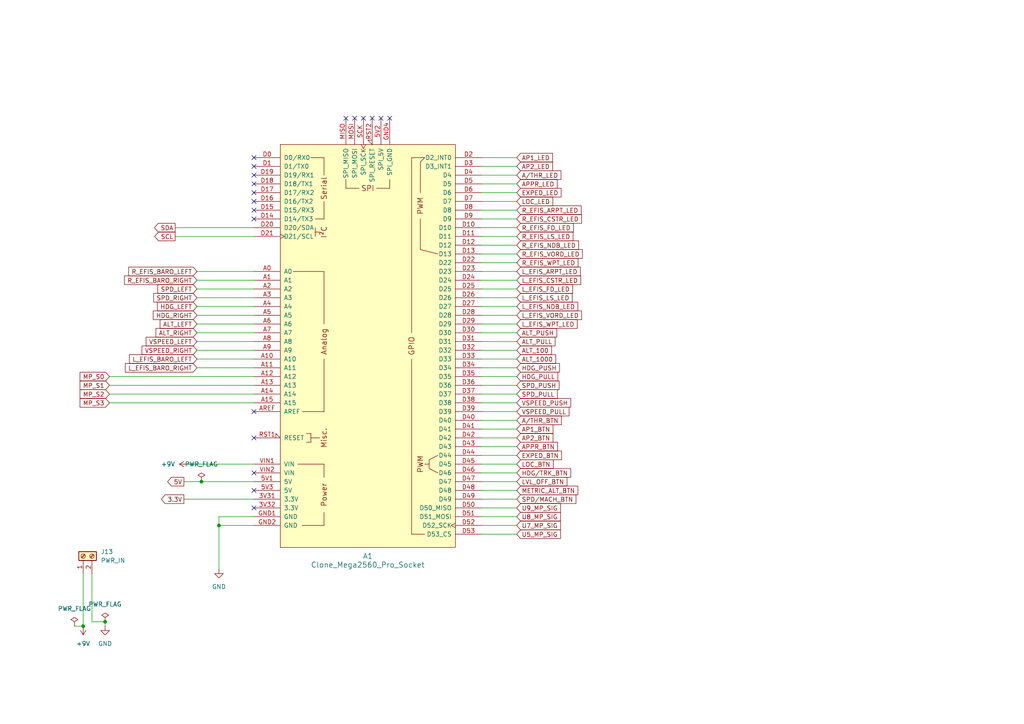
<source format=kicad_sch>
(kicad_sch (version 20231120) (generator "eeschema") (generator_version "8.0")
  (paper "A4")
  (title_block (title "FCU Mainboard schematics") (date "2024-03-05") (rev "1.0"))
  (lib_symbols
    (symbol "Connector:Screw_Terminal_01x02" (pin_names (offset 1.016) hide)
      (property "Reference" "J" (at 0 2.54 0))
      (property "Value" "Screw_Terminal_01x02" (at 0 -5.08 0))
      (symbol "Screw_Terminal_01x02_1_1"
        (rectangle (start -1.27 1.27) (end 1.27 -3.81) (stroke (width 0.254)) (fill (type background)))
        (circle (center 0 -2.54) (radius 0.635) (stroke (width 0.1524)))
        (polyline (pts (xy -0.5334 -2.2098) (xy 0.3302 -3.048)) (stroke (width 0.1524)))
        (polyline (pts (xy -0.5334 0.3302) (xy 0.3302 -0.508)) (stroke (width 0.1524)))
        (polyline (pts (xy -0.3556 -2.032) (xy 0.508 -2.8702)) (stroke (width 0.1524)))
        (polyline (pts (xy -0.3556 0.508) (xy 0.508 -0.3302)) (stroke (width 0.1524)))
        (circle (center 0 0) (radius 0.635) (stroke (width 0.1524)))
        (pin passive line (at -5.08 0 0) (length 3.81) (name "Pin_1") (number "1"))
        (pin passive line (at -5.08 -2.54 0) (length 3.81) (name "Pin_2") (number "2"))
      )
    )
    (symbol "PCM_arduino-library:Clone_Mega2560_Pro_Socket" (pin_names (offset 1.016))
      (property "Reference" "A" (at 0 -62.23 0))
      (property "Value" "Clone_Mega2560_Pro_Socket" (at 0 -66.04 0))
      (symbol "Clone_Mega2560_Pro_Socket_0_0"
        (rectangle (start -25.4 -58.42) (end 25.4 58.42) (fill (type background)))
        (rectangle (start -20.32 -34.29) (end -12.7 -34.29))
        (rectangle (start -19.05 -52.07) (end -12.7 -52.07))
        (rectangle (start -19.05 -19.05) (end -12.7 -19.05))
        (rectangle (start -17.78 -27.94) (end -16.51 -27.94))
        (rectangle (start -17.78 -25.4) (end -16.51 -25.4))
        (rectangle (start -16.51 -26.67) (end -13.97 -26.67))
        (rectangle (start -16.51 -25.4) (end -16.51 -27.94))
        (rectangle (start -16.51 54.61) (end -12.7 54.61))
        (rectangle (start -15.24 33.02) (end -13.97 33.02))
        (rectangle (start -15.24 34.29) (end -15.24 31.75))
        (rectangle (start -15.24 36.83) (end -12.7 36.83))
        (rectangle (start -12.7 -48.26) (end -12.7 -52.07))
        (rectangle (start -12.7 -34.29) (end -12.7 -38.1))
        (rectangle (start -12.7 41.91) (end -12.7 36.83))
        (rectangle (start -12.7 49.53) (end -12.7 54.61))
        (rectangle (start -6.35 48.26) (end -6.35 45.72))
        (rectangle (start -2.54 45.72) (end -6.35 45.72))
        (polyline (pts (xy -21.59 21.59) (xy -12.7 21.59)))
        (polyline (pts (xy -12.7 -19.05) (xy -12.7 -3.81)))
        (polyline (pts (xy -12.7 6.35) (xy -12.7 21.59)))
        (polyline (pts (xy 12.7 -54.61) (xy 16.51 -54.61)))
        (polyline (pts (xy 12.7 54.61) (xy 16.51 54.61)))
        (polyline (pts (xy 17.78 -34.29) (xy 16.51 -34.29)))
        (polyline (pts (xy 15.24 36.83) (xy 15.24 27.94) (xy 20.32 26.67)))
        (polyline (pts (xy 15.24 44.45) (xy 15.24 53.34) (xy 16.51 54.61)))
        (polyline (pts (xy 20.32 -31.75) (xy 17.78 -33.02) (xy 17.78 -35.56) (xy 20.32 -36.83)))
        (rectangle (start 6.35 45.72) (end 2.54 45.72))
        (rectangle (start 6.35 48.26) (end 6.35 45.72))
        (text "Analog" (at -12.7 1.27 900) (effects (font (size 1.524 1.524))))
        (text "I²C" (at -12.7 33.02 900) (effects (font (size 1.524 1.524))))
        (text "Misc." (at -12.7 -26.67 900) (effects (font (size 1.524 1.524))))
        (text "Power" (at -12.7 -43.18 900) (effects (font (size 1.524 1.524))))
        (text "PWM" (at 15.24 -34.29 900) (effects (font (size 1.524 1.524))))
        (text "PWM" (at 15.24 40.64 900) (effects (font (size 1.524 1.524))))
        (text "Serial" (at -12.7 45.72 900) (effects (font (size 1.524 1.524))))
        (text "SPI" (at 0 45.72 0) (effects (font (size 1.524 1.524))))
      )
      (symbol "Clone_Mega2560_Pro_Socket_1_0"
        (rectangle (start 12.7 -54.61) (end 12.7 -3.81))
        (rectangle (start 12.7 54.61) (end 12.7 3.81))
        (text "GPIO" (at 12.7 0 900) (effects (font (size 1.524 1.524))))
      )
      (symbol "Clone_Mega2560_Pro_Socket_1_1"
        (pin power_out line (at -33.02 -44.45 0) (length 7.62) (name "3.3V") (number "3V31"))
        (pin power_out line (at -33.02 -46.99 0) (length 7.62) (name "3.3V") (number "3V32"))
        (pin power_in line (at -33.02 -39.37 0) (length 7.62) (name "5V") (number "5V1"))
        (pin power_in line (at 3.81 66.04 270) (length 7.62) (name "SPI_5V") (number "5V2"))
        (pin power_in line (at -33.02 -41.91 0) (length 7.62) (name "5V") (number "5V3"))
        (pin bidirectional line (at -33.02 21.59 0) (length 7.62) (name "A0") (number "A0"))
        (pin bidirectional line (at -33.02 19.05 0) (length 7.62) (name "A1") (number "A1"))
        (pin bidirectional line (at -33.02 -3.81 0) (length 7.62) (name "A10") (number "A10"))
        (pin bidirectional line (at -33.02 -6.35 0) (length 7.62) (name "A11") (number "A11"))
        (pin bidirectional line (at -33.02 -8.89 0) (length 7.62) (name "A12") (number "A12"))
        (pin bidirectional line (at -33.02 -11.43 0) (length 7.62) (name "A13") (number "A13"))
        (pin bidirectional line (at -33.02 -13.97 0) (length 7.62) (name "A14") (number "A14"))
        (pin bidirectional line (at -33.02 -16.51 0) (length 7.62) (name "A15") (number "A15"))
        (pin bidirectional line (at -33.02 16.51 0) (length 7.62) (name "A2") (number "A2"))
        (pin bidirectional line (at -33.02 13.97 0) (length 7.62) (name "A3") (number "A3"))
        (pin bidirectional line (at -33.02 11.43 0) (length 7.62) (name "A4") (number "A4"))
        (pin bidirectional line (at -33.02 8.89 0) (length 7.62) (name "A5") (number "A5"))
        (pin bidirectional line (at -33.02 6.35 0) (length 7.62) (name "A6") (number "A6"))
        (pin bidirectional line (at -33.02 3.81 0) (length 7.62) (name "A7") (number "A7"))
        (pin bidirectional line (at -33.02 1.27 0) (length 7.62) (name "A8") (number "A8"))
        (pin bidirectional line (at -33.02 -1.27 0) (length 7.62) (name "A9") (number "A9"))
        (pin input line (at -33.02 -19.05 0) (length 7.62) (name "AREF") (number "AREF"))
        (pin bidirectional line (at -33.02 54.61 0) (length 7.62) (name "D0/RX0") (number "D0"))
        (pin bidirectional line (at -33.02 52.07 0) (length 7.62) (name "D1/TX0") (number "D1"))
        (pin bidirectional line (at 33.02 34.29 180) (length 7.62) (name "D10") (number "D10"))
        (pin bidirectional line (at 33.02 31.75 180) (length 7.62) (name "D11") (number "D11"))
        (pin bidirectional line (at 33.02 29.21 180) (length 7.62) (name "D12") (number "D12"))
        (pin bidirectional line (at 33.02 26.67 180) (length 7.62) (name "D13") (number "D13"))
        (pin bidirectional line (at -33.02 36.83 0) (length 7.62) (name "D14/TX3") (number "D14"))
        (pin bidirectional line (at -33.02 39.37 0) (length 7.62) (name "D15/RX3") (number "D15"))
        (pin bidirectional line (at -33.02 41.91 0) (length 7.62) (name "D16/TX2") (number "D16"))
        (pin bidirectional line (at -33.02 44.45 0) (length 7.62) (name "D17/RX2") (number "D17"))
        (pin bidirectional line (at -33.02 46.99 0) (length 7.62) (name "D18/TX1") (number "D18"))
        (pin bidirectional line (at -33.02 49.53 0) (length 7.62) (name "D19/RX1") (number "D19"))
        (pin bidirectional line (at 33.02 54.61 180) (length 7.62) (name "D2_INT0") (number "D2"))
        (pin bidirectional line (at -33.02 34.29 0) (length 7.62) (name "D20/SDA") (number "D20"))
        (pin bidirectional clock (at -33.02 31.75 0) (length 7.62) (name "D21/SCL") (number "D21"))
        (pin bidirectional line (at 33.02 24.13 180) (length 7.62) (name "D22") (number "D22"))
        (pin bidirectional line (at 33.02 21.59 180) (length 7.62) (name "D23") (number "D23"))
        (pin bidirectional line (at 33.02 19.05 180) (length 7.62) (name "D24") (number "D24"))
        (pin bidirectional line (at 33.02 16.51 180) (length 7.62) (name "D25") (number "D25"))
        (pin bidirectional line (at 33.02 13.97 180) (length 7.62) (name "D26") (number "D26"))
        (pin bidirectional line (at 33.02 11.43 180) (length 7.62) (name "D27") (number "D27"))
        (pin bidirectional line (at 33.02 8.89 180) (length 7.62) (name "D28") (number "D28"))
        (pin bidirectional line (at 33.02 6.35 180) (length 7.62) (name "D29") (number "D29"))
        (pin bidirectional line (at 33.02 52.07 180) (length 7.62) (name "D3_INT1") (number "D3"))
        (pin bidirectional line (at 33.02 3.81 180) (length 7.62) (name "D30") (number "D30"))
        (pin bidirectional line (at 33.02 1.27 180) (length 7.62) (name "D31") (number "D31"))
        (pin bidirectional line (at 33.02 -1.27 180) (length 7.62) (name "D32") (number "D32"))
        (pin bidirectional line (at 33.02 -3.81 180) (length 7.62) (name "D33") (number "D33"))
        (pin bidirectional line (at 33.02 -6.35 180) (length 7.62) (name "D34") (number "D34"))
        (pin bidirectional line (at 33.02 -8.89 180) (length 7.62) (name "D35") (number "D35"))
        (pin bidirectional line (at 33.02 -11.43 180) (length 7.62) (name "D36") (number "D36"))
        (pin bidirectional line (at 33.02 -13.97 180) (length 7.62) (name "D37") (number "D37"))
        (pin bidirectional line (at 33.02 -16.51 180) (length 7.62) (name "D38") (number "D38"))
        (pin bidirectional line (at 33.02 -19.05 180) (length 7.62) (name "D39") (number "D39"))
        (pin bidirectional line (at 33.02 49.53 180) (length 7.62) (name "D4") (number "D4"))
        (pin bidirectional line (at 33.02 -21.59 180) (length 7.62) (name "D40") (number "D40"))
        (pin bidirectional line (at 33.02 -24.13 180) (length 7.62) (name "D41") (number "D41"))
        (pin bidirectional line (at 33.02 -26.67 180) (length 7.62) (name "D42") (number "D42"))
        (pin bidirectional line (at 33.02 -29.21 180) (length 7.62) (name "D43") (number "D43"))
        (pin bidirectional line (at 33.02 -31.75 180) (length 7.62) (name "D44") (number "D44"))
        (pin bidirectional line (at 33.02 -34.29 180) (length 7.62) (name "D45") (number "D45"))
        (pin bidirectional line (at 33.02 -36.83 180) (length 7.62) (name "D46") (number "D46"))
        (pin bidirectional line (at 33.02 -39.37 180) (length 7.62) (name "D47") (number "D47"))
        (pin bidirectional line (at 33.02 -41.91 180) (length 7.62) (name "D48") (number "D48"))
        (pin bidirectional line (at 33.02 -44.45 180) (length 7.62) (name "D49") (number "D49"))
        (pin bidirectional line (at 33.02 46.99 180) (length 7.62) (name "D5") (number "D5"))
        (pin bidirectional line (at 33.02 -46.99 180) (length 7.62) (name "D50_MISO") (number "D50"))
        (pin bidirectional line (at 33.02 -49.53 180) (length 7.62) (name "D51_MOSI") (number "D51"))
        (pin bidirectional clock (at 33.02 -52.07 180) (length 7.62) (name "D52_SCK") (number "D52"))
        (pin bidirectional line (at 33.02 -54.61 180) (length 7.62) (name "D53_CS") (number "D53"))
        (pin bidirectional line (at 33.02 44.45 180) (length 7.62) (name "D6") (number "D6"))
        (pin bidirectional line (at 33.02 41.91 180) (length 7.62) (name "D7") (number "D7"))
        (pin bidirectional line (at 33.02 39.37 180) (length 7.62) (name "D8") (number "D8"))
        (pin bidirectional line (at 33.02 36.83 180) (length 7.62) (name "D9") (number "D9"))
        (pin power_in line (at -33.02 -49.53 0) (length 7.62) (name "GND") (number "GND1"))
        (pin power_in line (at -33.02 -52.07 0) (length 7.62) (name "GND") (number "GND2"))
        (pin power_in line (at 6.35 66.04 270) (length 7.62) (name "SPI_GND") (number "GND4"))
        (pin input line (at -6.35 66.04 270) (length 7.62) (name "SPI_MISO") (number "MISO"))
        (pin output line (at -3.81 66.04 270) (length 7.62) (name "SPI_MOSI") (number "MOSI"))
        (pin open_collector input_low (at -33.02 -26.67 0) (length 7.62) (name "RESET") (number "RST1"))
        (pin open_collector input_low (at 1.27 66.04 270) (length 7.62) (name "SPI_RESET") (number "RST2"))
        (pin output clock (at -1.27 66.04 270) (length 7.62) (name "SPI_SCK") (number "SCK"))
        (pin power_in line (at -33.02 -34.29 0) (length 7.62) (name "VIN") (number "VIN1"))
        (pin power_in line (at -33.02 -36.83 0) (length 7.62) (name "VIN") (number "VIN2"))
      )
    )
    (symbol "power:+9V" (power) (pin_names (offset 0))
      (property "Value" "+9V" (at 0 3.556 0))
      (symbol "+9V_0_1"
        (polyline (pts (xy -0.762 1.27) (xy 0 2.54)))
        (polyline (pts (xy 0 0) (xy 0 2.54)))
        (polyline (pts (xy 0 2.54) (xy 0.762 1.27)))
      )
      (symbol "+9V_1_1"
        (pin power_in line (at 0 0 90) (length 0) hide (name "+9V") (number "1"))
      )
    )
    (symbol "power:GND" (power) (pin_names (offset 0))
      (property "Value" "GND" (at 0 -3.81 0))
      (symbol "GND_0_1"
        (polyline (pts (xy 0 0) (xy 0 -1.27) (xy 1.27 -1.27) (xy 0 -2.54) (xy -1.27 -1.27) (xy 0 -1.27)))
      )
      (symbol "GND_1_1"
        (pin power_in line (at 0 0 270) (length 0) hide (name "GND") (number "1"))
      )
    )
    (symbol "power:PWR_FLAG" (power) (pin_numbers hide) (pin_names (offset 0) hide)
      (property "Value" "PWR_FLAG" (at 0 3.81 0))
      (symbol "PWR_FLAG_0_0"
        (pin power_out line (at 0 0 90) (length 0) (name "pwr") (number "1"))
      )
      (symbol "PWR_FLAG_0_1"
        (polyline (pts (xy 0 0) (xy 0 1.27) (xy -1.016 1.905) (xy 0 2.54) (xy 1.016 1.905) (xy 0 1.27)))
      )
    )
  )
  (junction (at 24.13 181.61))
  (junction (at 58.42 139.7))
  (junction (at 30.48 180.34))
  (junction (at 63.5 152.4))
  (no_connect (at 73.66 50.8))
  (no_connect (at 107.95 34.29))
  (no_connect (at 73.66 60.96))
  (no_connect (at 73.66 147.32))
  (no_connect (at 102.87 34.29))
  (no_connect (at 73.66 63.5))
  (no_connect (at 110.49 34.29))
  (no_connect (at 73.66 119.38))
  (no_connect (at 73.66 58.42))
  (no_connect (at 73.66 127))
  (no_connect (at 73.66 53.34))
  (no_connect (at 73.66 48.26))
  (no_connect (at 73.66 142.24))
  (no_connect (at 73.66 137.16))
  (no_connect (at 113.03 34.29))
  (no_connect (at 73.66 55.88))
  (no_connect (at 73.66 45.72))
  (no_connect (at 100.33 34.29))
  (no_connect (at 105.41 34.29))
  (wire (pts (xy 139.7 119.38) (xy 149.86 119.38)))
  (wire (pts (xy 139.7 101.6) (xy 149.86 101.6)))
  (wire (pts (xy 139.7 91.44) (xy 149.86 91.44)))
  (wire (pts (xy 139.7 109.22) (xy 149.86 109.22)))
  (wire (pts (xy 53.34 144.78) (xy 73.66 144.78)))
  (wire (pts (xy 73.66 149.86) (xy 63.5 149.86)))
  (wire (pts (xy 139.7 53.34) (xy 149.86 53.34)))
  (wire (pts (xy 139.7 63.5) (xy 149.86 63.5)))
  (wire (pts (xy 58.42 139.7) (xy 73.66 139.7)))
  (wire (pts (xy 57.15 99.06) (xy 73.66 99.06)))
  (wire (pts (xy 139.7 104.14) (xy 149.86 104.14)))
  (wire (pts (xy 139.7 71.12) (xy 149.86 71.12)))
  (wire (pts (xy 149.86 154.94) (xy 139.7 154.94)))
  (wire (pts (xy 139.7 132.08) (xy 149.86 132.08)))
  (wire (pts (xy 31.75 116.84) (xy 73.66 116.84)))
  (wire (pts (xy 139.7 58.42) (xy 149.86 58.42)))
  (wire (pts (xy 139.7 139.7) (xy 149.86 139.7)))
  (wire (pts (xy 24.13 166.37) (xy 24.13 181.61)))
  (wire (pts (xy 139.7 66.04) (xy 149.86 66.04)))
  (wire (pts (xy 139.7 124.46) (xy 149.86 124.46)))
  (wire (pts (xy 30.48 180.34) (xy 30.48 181.61)))
  (wire (pts (xy 139.7 73.66) (xy 149.86 73.66)))
  (wire (pts (xy 31.75 114.3) (xy 73.66 114.3)))
  (wire (pts (xy 139.7 114.3) (xy 149.86 114.3)))
  (wire (pts (xy 139.7 111.76) (xy 149.86 111.76)))
  (wire (pts (xy 57.15 91.44) (xy 73.66 91.44)))
  (wire (pts (xy 57.15 81.28) (xy 73.66 81.28)))
  (wire (pts (xy 139.7 76.2) (xy 149.86 76.2)))
  (wire (pts (xy 139.7 137.16) (xy 149.86 137.16)))
  (wire (pts (xy 149.86 147.32) (xy 139.7 147.32)))
  (wire (pts (xy 139.7 116.84) (xy 149.86 116.84)))
  (wire (pts (xy 57.15 101.6) (xy 73.66 101.6)))
  (wire (pts (xy 139.7 68.58) (xy 149.86 68.58)))
  (wire (pts (xy 139.7 60.96) (xy 149.86 60.96)))
  (wire (pts (xy 149.86 45.72) (xy 139.7 45.72)))
  (wire (pts (xy 139.7 81.28) (xy 149.86 81.28)))
  (wire (pts (xy 31.75 109.22) (xy 73.66 109.22)))
  (wire (pts (xy 149.86 149.86) (xy 139.7 149.86)))
  (wire (pts (xy 26.67 180.34) (xy 26.67 166.37)))
  (wire (pts (xy 50.8 66.04) (xy 73.66 66.04)))
  (wire (pts (xy 30.48 180.34) (xy 26.67 180.34)))
  (wire (pts (xy 139.7 50.8) (xy 149.86 50.8)))
  (wire (pts (xy 73.66 152.4) (xy 63.5 152.4)))
  (wire (pts (xy 53.34 139.7) (xy 58.42 139.7)))
  (wire (pts (xy 57.15 104.14) (xy 73.66 104.14)))
  (wire (pts (xy 57.15 86.36) (xy 73.66 86.36)))
  (wire (pts (xy 139.7 134.62) (xy 149.86 134.62)))
  (wire (pts (xy 149.86 152.4) (xy 139.7 152.4)))
  (wire (pts (xy 139.7 55.88) (xy 149.86 55.88)))
  (wire (pts (xy 63.5 152.4) (xy 63.5 165.1)))
  (wire (pts (xy 31.75 111.76) (xy 73.66 111.76)))
  (wire (pts (xy 57.15 106.68) (xy 73.66 106.68)))
  (wire (pts (xy 57.15 96.52) (xy 73.66 96.52)))
  (wire (pts (xy 139.7 78.74) (xy 149.86 78.74)))
  (wire (pts (xy 63.5 149.86) (xy 63.5 152.4)))
  (wire (pts (xy 50.8 68.58) (xy 73.66 68.58)))
  (wire (pts (xy 57.15 78.74) (xy 73.66 78.74)))
  (wire (pts (xy 139.7 121.92) (xy 149.86 121.92)))
  (wire (pts (xy 21.59 181.61) (xy 24.13 181.61)))
  (wire (pts (xy 57.15 83.82) (xy 73.66 83.82)))
  (wire (pts (xy 54.61 134.62) (xy 73.66 134.62)))
  (wire (pts (xy 139.7 83.82) (xy 149.86 83.82)))
  (wire (pts (xy 139.7 127) (xy 149.86 127)))
  (wire (pts (xy 139.7 48.26) (xy 149.86 48.26)))
  (wire (pts (xy 139.7 99.06) (xy 149.86 99.06)))
  (wire (pts (xy 57.15 88.9) (xy 73.66 88.9)))
  (wire (pts (xy 139.7 93.98) (xy 149.86 93.98)))
  (wire (pts (xy 57.15 93.98) (xy 73.66 93.98)))
  (wire (pts (xy 139.7 106.68) (xy 149.86 106.68)))
  (wire (pts (xy 139.7 142.24) (xy 149.86 142.24)))
  (wire (pts (xy 139.7 86.36) (xy 149.86 86.36)))
  (wire (pts (xy 139.7 96.52) (xy 149.86 96.52)))
  (wire (pts (xy 139.7 88.9) (xy 149.86 88.9)))
  (wire (pts (xy 139.7 129.54) (xy 149.86 129.54)))
  (wire (pts (xy 139.7 144.78) (xy 149.86 144.78)))
  (global_label "R_EFIS_WPT_LED" (shape input) (at 149.86 76.2 0) (property "Intersheetrefs" "${INTERSHEET_REFS}" (effects (hide yes))))
  (global_label "U7_MP_SIG" (shape input) (at 149.86 152.4 0) (property "Intersheetrefs" "${INTERSHEET_REFS}" (effects (hide yes))))
  (global_label "U8_MP_SIG" (shape input) (at 149.86 149.86 0) (property "Intersheetrefs" "${INTERSHEET_REFS}" (effects (hide yes))))
  (global_label "L_EFIS_CSTR_LED" (shape input) (at 149.86 81.28 0) (property "Intersheetrefs" "${INTERSHEET_REFS}" (effects (hide yes))))
  (global_label "R_EFIS_BARO_LEFT" (shape input) (at 57.15 78.74 180) (property "Intersheetrefs" "${INTERSHEET_REFS}" (effects (hide yes))))
  (global_label "R_EFIS_NDB_LED" (shape input) (at 149.86 71.12 0) (property "Intersheetrefs" "${INTERSHEET_REFS}" (effects (hide yes))))
  (global_label "R_EFIS_FD_LED" (shape input) (at 149.86 66.04 0) (property "Intersheetrefs" "${INTERSHEET_REFS}" (effects (hide yes))))
  (global_label "L_EFIS_ARPT_LED" (shape input) (at 149.86 78.74 0) (property "Intersheetrefs" "${INTERSHEET_REFS}" (effects (hide yes))))
  (global_label "AP1_LED" (shape input) (at 149.86 45.72 0) (property "Intersheetrefs" "${INTERSHEET_REFS}" (effects (hide yes))))
  (global_label "AP2_LED" (shape input) (at 149.86 48.26 0) (property "Intersheetrefs" "${INTERSHEET_REFS}" (effects (hide yes))))
  (global_label "VSPEED_PUSH" (shape input) (at 149.86 116.84 0) (property "Intersheetrefs" "${INTERSHEET_REFS}" (effects (hide yes))))
  (global_label "SCL" (shape output) (at 50.8 68.58 180) (property "Intersheetrefs" "${INTERSHEET_REFS}" (effects (hide yes))))
  (global_label "EXPED_BTN" (shape input) (at 149.86 132.08 0) (property "Intersheetrefs" "${INTERSHEET_REFS}" (effects (hide yes))))
  (global_label "R_EFIS_ARPT_LED" (shape input) (at 149.86 60.96 0) (property "Intersheetrefs" "${INTERSHEET_REFS}" (effects (hide yes))))
  (global_label "R_EFIS_VORD_LED" (shape input) (at 149.86 73.66 0) (property "Intersheetrefs" "${INTERSHEET_REFS}" (effects (hide yes))))
  (global_label "L_EFIS_VORD_LED" (shape input) (at 149.86 91.44 0) (property "Intersheetrefs" "${INTERSHEET_REFS}" (effects (hide yes))))
  (global_label "MP_S2" (shape input) (at 31.75 114.3 180) (property "Intersheetrefs" "${INTERSHEET_REFS}" (effects (hide yes))))
  (global_label "LOC_LED" (shape input) (at 149.86 58.42 0) (property "Intersheetrefs" "${INTERSHEET_REFS}" (effects (hide yes))))
  (global_label "VSPEED_RIGHT" (shape input) (at 57.15 101.6 180) (property "Intersheetrefs" "${INTERSHEET_REFS}" (effects (hide yes))))
  (global_label "U5_MP_SIG" (shape input) (at 149.86 154.94 0) (property "Intersheetrefs" "${INTERSHEET_REFS}" (effects (hide yes))))
  (global_label "ALT_100" (shape input) (at 149.86 101.6 0) (property "Intersheetrefs" "${INTERSHEET_REFS}" (effects (hide yes))))
  (global_label "HDG_RIGHT" (shape input) (at 57.15 91.44 180) (property "Intersheetrefs" "${INTERSHEET_REFS}" (effects (hide yes))))
  (global_label "SPD{slash}MACH_BTN" (shape input) (at 149.86 144.78 0) (property "Intersheetrefs" "${INTERSHEET_REFS}" (effects (hide yes))))
  (global_label "MP_S3" (shape input) (at 31.75 116.84 180) (property "Intersheetrefs" "${INTERSHEET_REFS}" (effects (hide yes))))
  (global_label "VSPEED_LEFT" (shape input) (at 57.15 99.06 180) (property "Intersheetrefs" "${INTERSHEET_REFS}" (effects (hide yes))))
  (global_label "HDG{slash}TRK_BTN" (shape input) (at 149.86 137.16 0) (property "Intersheetrefs" "${INTERSHEET_REFS}" (effects (hide yes))))
  (global_label "VSPEED_PULL" (shape input) (at 149.86 119.38 0) (property "Intersheetrefs" "${INTERSHEET_REFS}" (effects (hide yes))))
  (global_label "ALT_PUSH" (shape input) (at 149.86 96.52 0) (property "Intersheetrefs" "${INTERSHEET_REFS}" (effects (hide yes))))
  (global_label "ALT_LEFT" (shape input) (at 57.15 93.98 180) (property "Intersheetrefs" "${INTERSHEET_REFS}" (effects (hide yes))))
  (global_label "LOC_BTN" (shape input) (at 149.86 134.62 0) (property "Intersheetrefs" "${INTERSHEET_REFS}" (effects (hide yes))))
  (global_label "L_EFIS_WPT_LED" (shape input) (at 149.86 93.98 0) (property "Intersheetrefs" "${INTERSHEET_REFS}" (effects (hide yes))))
  (global_label "L_EFIS_LS_LED" (shape input) (at 149.86 86.36 0) (property "Intersheetrefs" "${INTERSHEET_REFS}" (effects (hide yes))))
  (global_label "MP_S0" (shape input) (at 31.75 109.22 180) (property "Intersheetrefs" "${INTERSHEET_REFS}" (effects (hide yes))))
  (global_label "APPR_BTN" (shape input) (at 149.86 129.54 0) (property "Intersheetrefs" "${INTERSHEET_REFS}" (effects (hide yes))))
  (global_label "SPD_LEFT" (shape input) (at 57.15 83.82 180) (property "Intersheetrefs" "${INTERSHEET_REFS}" (effects (hide yes))))
  (global_label "3.3V" (shape output) (at 53.34 144.78 180) (property "Intersheetrefs" "${INTERSHEET_REFS}" (effects (hide yes))))
  (global_label "MP_S1" (shape input) (at 31.75 111.76 180) (property "Intersheetrefs" "${INTERSHEET_REFS}" (effects (hide yes))))
  (global_label "SPD_RIGHT" (shape input) (at 57.15 86.36 180) (property "Intersheetrefs" "${INTERSHEET_REFS}" (effects (hide yes))))
  (global_label "APPR_LED" (shape input) (at 149.86 53.34 0) (property "Intersheetrefs" "${INTERSHEET_REFS}" (effects (hide yes))))
  (global_label "L_EFIS_BARO_RIGHT" (shape input) (at 57.15 106.68 180) (property "Intersheetrefs" "${INTERSHEET_REFS}" (effects (hide yes))))
  (global_label "U9_MP_SIG" (shape input) (at 149.86 147.32 0) (property "Intersheetrefs" "${INTERSHEET_REFS}" (effects (hide yes))))
  (global_label "SPD_PUSH" (shape input) (at 149.86 111.76 0) (property "Intersheetrefs" "${INTERSHEET_REFS}" (effects (hide yes))))
  (global_label "LVL_OFF_BTN" (shape input) (at 149.86 139.7 0) (property "Intersheetrefs" "${INTERSHEET_REFS}" (effects (hide yes))))
  (global_label "ALT_1000" (shape input) (at 149.86 104.14 0) (property "Intersheetrefs" "${INTERSHEET_REFS}" (effects (hide yes))))
  (global_label "ALT_PULL" (shape input) (at 149.86 99.06 0) (property "Intersheetrefs" "${INTERSHEET_REFS}" (effects (hide yes))))
  (global_label "AP1_BTN" (shape input) (at 149.86 124.46 0) (property "Intersheetrefs" "${INTERSHEET_REFS}" (effects (hide yes))))
  (global_label "5V" (shape output) (at 53.34 139.7 180) (property "Intersheetrefs" "${INTERSHEET_REFS}" (effects (hide yes))))
  (global_label "AP2_BTN" (shape input) (at 149.86 127 0) (property "Intersheetrefs" "${INTERSHEET_REFS}" (effects (hide yes))))
  (global_label "A{slash}THR_LED" (shape input) (at 149.86 50.8 0) (property "Intersheetrefs" "${INTERSHEET_REFS}" (effects (hide yes))))
  (global_label "EXPED_LED" (shape input) (at 149.86 55.88 0) (property "Intersheetrefs" "${INTERSHEET_REFS}" (effects (hide yes))))
  (global_label "ALT_RIGHT" (shape input) (at 57.15 96.52 180) (property "Intersheetrefs" "${INTERSHEET_REFS}" (effects (hide yes))))
  (global_label "R_EFIS_LS_LED" (shape input) (at 149.86 68.58 0) (property "Intersheetrefs" "${INTERSHEET_REFS}" (effects (hide yes))))
  (global_label "SDA" (shape output) (at 50.8 66.04 180) (property "Intersheetrefs" "${INTERSHEET_REFS}" (effects (hide yes))))
  (global_label "METRIC_ALT_BTN" (shape input) (at 149.86 142.24 0) (property "Intersheetrefs" "${INTERSHEET_REFS}" (effects (hide yes))))
  (global_label "R_EFIS_BARO_RIGHT" (shape input) (at 57.15 81.28 180) (property "Intersheetrefs" "${INTERSHEET_REFS}" (effects (hide yes))))
  (global_label "L_EFIS_NDB_LED" (shape input) (at 149.86 88.9 0) (property "Intersheetrefs" "${INTERSHEET_REFS}" (effects (hide yes))))
  (global_label "L_EFIS_FD_LED" (shape input) (at 149.86 83.82 0) (property "Intersheetrefs" "${INTERSHEET_REFS}" (effects (hide yes))))
  (global_label "HDG_PULL" (shape input) (at 149.86 109.22 0) (property "Intersheetrefs" "${INTERSHEET_REFS}" (effects (hide yes))))
  (global_label "L_EFIS_BARO_LEFT" (shape input) (at 57.15 104.14 180) (property "Intersheetrefs" "${INTERSHEET_REFS}" (effects (hide yes))))
  (global_label "HDG_LEFT" (shape input) (at 57.15 88.9 180) (property "Intersheetrefs" "${INTERSHEET_REFS}" (effects (hide yes))))
  (global_label "R_EFIS_CSTR_LED" (shape input) (at 149.86 63.5 0) (property "Intersheetrefs" "${INTERSHEET_REFS}" (effects (hide yes))))
  (global_label "SPD_PULL" (shape input) (at 149.86 114.3 0) (property "Intersheetrefs" "${INTERSHEET_REFS}" (effects (hide yes))))
  (global_label "HDG_PUSH" (shape input) (at 149.86 106.68 0) (property "Intersheetrefs" "${INTERSHEET_REFS}" (effects (hide yes))))
  (global_label "A{slash}THR_BTN" (shape input) (at 149.86 121.92 0) (property "Intersheetrefs" "${INTERSHEET_REFS}" (effects (hide yes))))
  (symbol (lib_id "power:PWR_FLAG") (at 58.42 139.7 0) (unit 1)
    (property "Reference" "#FLG03" (effects (hide yes)))
    (property "Value" "PWR_FLAG" (at 58.42 134.62 0))
  )
  (symbol (lib_id "power:+9V") (at 54.61 134.62 90) (unit 1)
    (property "Reference" "#PWR010" (effects (hide yes)))
    (property "Value" "+9V" (at 50.8 134.62 90) (effects (justify left)))
  )
  (symbol (lib_id "PCM_arduino-library:Clone_Mega2560_Pro_Socket") (at 106.68 100.33 0) (unit 1)
    (property "Reference" "A1" (at 106.68 161.29 0) (effects (font (size 1.524 1.524))))
    (property "Value" "Clone_Mega2560_Pro_Socket" (at 106.68 163.83 0) (effects (font (size 1.524 1.524))))
    (property "Footprint" "PCM_arduino-library:Clone_Mega2560_Pro_Socket" (effects (hide yes)))
    (property "Datasheet" "https://www.pcboard.ca/mega-2560-pro" (effects (hide yes)))
  )
  (symbol (lib_id "power:+9V") (at 24.13 181.61 180) (unit 1)
    (property "Reference" "#PWR07" (effects (hide yes)))
    (property "Value" "+9V" (at 24.13 186.69 0))
  )
  (symbol (lib_id "power:PWR_FLAG") (at 21.59 181.61 0) (unit 1)
    (property "Reference" "#FLG01" (effects (hide yes)))
    (property "Value" "PWR_FLAG" (at 21.59 176.53 0))
  )
  (symbol (lib_id "Connector:Screw_Terminal_01x02") (at 24.13 161.29 90) (unit 1)
    (property "Reference" "J13" (at 29.21 160.02 90) (effects (justify right)))
    (property "Value" "PWR_IN" (at 29.21 162.56 90) (effects (justify right)))
    (property "Footprint" "TerminalBlock:TerminalBlock_bornier-2_P5.08mm" (effects (hide yes)))
  )
  (symbol (lib_id "power:GND") (at 63.5 165.1 0) (unit 1)
    (property "Reference" "#PWR06" (effects (hide yes)))
    (property "Value" "GND" (at 63.5 170.18 0))
  )
  (symbol (lib_id "power:GND") (at 30.48 181.61 0) (unit 1)
    (property "Reference" "#PWR011" (effects (hide yes)))
    (property "Value" "GND" (at 30.48 186.69 0))
  )
  (symbol (lib_id "power:PWR_FLAG") (at 30.48 180.34 0) (unit 1)
    (property "Reference" "#FLG02" (effects (hide yes)))
    (property "Value" "PWR_FLAG" (at 30.48 175.26 0))
  )
  (sheet (at 612.14 227.33) (size 275.59 204.47) (stroke (width 0.1524))
    (property "Sheetname" "EFIS_RIGHT" (at 612.14 226.6184 0) (show_name yes) (effects (justify left bottom)))
    (property "Sheetfile" "efis_right.kicad_sch" (at 612.14 432.3846 0) (show_name yes) (effects (justify left top)))
  )
  (sheet (at 0 227.33) (size 298.45 205.74) (stroke (width 0.1524))
    (property "Sheetname" "OLEDs" (at 0 226.6184 0) (show_name yes) (effects (justify left bottom)))
    (property "Sheetfile" "oleds.kicad_sch" (at 0 433.6546 0) (show_name yes) (effects (justify left top)))
  )
  (sheet (at 331.47 0) (size 265.43 204.47) (stroke (width 0.1524))
    (property "Sheetname" "FCU" (at 331.47 -0.7116 0) (show_name yes) (effects (justify left bottom)))
    (property "Sheetfile" "fcu.kicad_sch" (at 331.47 205.0546 0) (show_name yes) (effects (justify left top)))
  )
  (sheet (at 331.47 227.33) (size 266.7 205.74) (stroke (width 0.1524))
    (property "Sheetname" "EFIS_LEFT" (at 331.47 226.6184 0) (show_name yes) (effects (justify left bottom)))
    (property "Sheetfile" "efis_left.kicad_sch" (at 331.47 433.6546 0) (show_name yes) (effects (justify left top)))
  )
)
</source>
